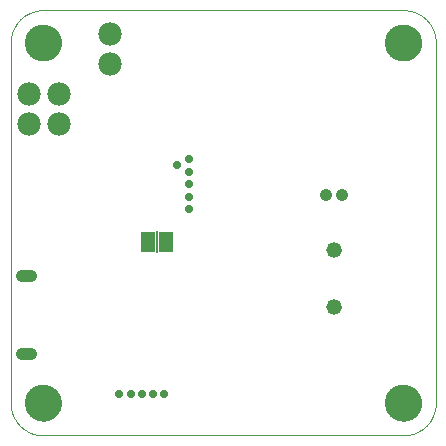
<source format=gbs>
G75*
%MOIN*%
%OFA0B0*%
%FSLAX25Y25*%
%IPPOS*%
%LPD*%
%AMOC8*
5,1,8,0,0,1.08239X$1,22.5*
%
%ADD10C,0.00000*%
%ADD11C,0.12211*%
%ADD12C,0.05200*%
%ADD13C,0.04150*%
%ADD14C,0.07800*%
%ADD15R,0.05000X0.06700*%
%ADD16R,0.00600X0.07200*%
%ADD17C,0.02762*%
%ADD18C,0.00039*%
%ADD19C,0.03943*%
D10*
X0006040Y0013081D02*
X0006040Y0133159D01*
X0010961Y0133159D02*
X0010963Y0133312D01*
X0010969Y0133466D01*
X0010979Y0133619D01*
X0010993Y0133771D01*
X0011011Y0133924D01*
X0011033Y0134075D01*
X0011058Y0134226D01*
X0011088Y0134377D01*
X0011122Y0134527D01*
X0011159Y0134675D01*
X0011200Y0134823D01*
X0011245Y0134969D01*
X0011294Y0135115D01*
X0011347Y0135259D01*
X0011403Y0135401D01*
X0011463Y0135542D01*
X0011527Y0135682D01*
X0011594Y0135820D01*
X0011665Y0135956D01*
X0011740Y0136090D01*
X0011817Y0136222D01*
X0011899Y0136352D01*
X0011983Y0136480D01*
X0012071Y0136606D01*
X0012162Y0136729D01*
X0012256Y0136850D01*
X0012354Y0136968D01*
X0012454Y0137084D01*
X0012558Y0137197D01*
X0012664Y0137308D01*
X0012773Y0137416D01*
X0012885Y0137521D01*
X0012999Y0137622D01*
X0013117Y0137721D01*
X0013236Y0137817D01*
X0013358Y0137910D01*
X0013483Y0137999D01*
X0013610Y0138086D01*
X0013739Y0138168D01*
X0013870Y0138248D01*
X0014003Y0138324D01*
X0014138Y0138397D01*
X0014275Y0138466D01*
X0014414Y0138531D01*
X0014554Y0138593D01*
X0014696Y0138651D01*
X0014839Y0138706D01*
X0014984Y0138757D01*
X0015130Y0138804D01*
X0015277Y0138847D01*
X0015425Y0138886D01*
X0015574Y0138922D01*
X0015724Y0138953D01*
X0015875Y0138981D01*
X0016026Y0139005D01*
X0016179Y0139025D01*
X0016331Y0139041D01*
X0016484Y0139053D01*
X0016637Y0139061D01*
X0016790Y0139065D01*
X0016944Y0139065D01*
X0017097Y0139061D01*
X0017250Y0139053D01*
X0017403Y0139041D01*
X0017555Y0139025D01*
X0017708Y0139005D01*
X0017859Y0138981D01*
X0018010Y0138953D01*
X0018160Y0138922D01*
X0018309Y0138886D01*
X0018457Y0138847D01*
X0018604Y0138804D01*
X0018750Y0138757D01*
X0018895Y0138706D01*
X0019038Y0138651D01*
X0019180Y0138593D01*
X0019320Y0138531D01*
X0019459Y0138466D01*
X0019596Y0138397D01*
X0019731Y0138324D01*
X0019864Y0138248D01*
X0019995Y0138168D01*
X0020124Y0138086D01*
X0020251Y0137999D01*
X0020376Y0137910D01*
X0020498Y0137817D01*
X0020617Y0137721D01*
X0020735Y0137622D01*
X0020849Y0137521D01*
X0020961Y0137416D01*
X0021070Y0137308D01*
X0021176Y0137197D01*
X0021280Y0137084D01*
X0021380Y0136968D01*
X0021478Y0136850D01*
X0021572Y0136729D01*
X0021663Y0136606D01*
X0021751Y0136480D01*
X0021835Y0136352D01*
X0021917Y0136222D01*
X0021994Y0136090D01*
X0022069Y0135956D01*
X0022140Y0135820D01*
X0022207Y0135682D01*
X0022271Y0135542D01*
X0022331Y0135401D01*
X0022387Y0135259D01*
X0022440Y0135115D01*
X0022489Y0134969D01*
X0022534Y0134823D01*
X0022575Y0134675D01*
X0022612Y0134527D01*
X0022646Y0134377D01*
X0022676Y0134226D01*
X0022701Y0134075D01*
X0022723Y0133924D01*
X0022741Y0133771D01*
X0022755Y0133619D01*
X0022765Y0133466D01*
X0022771Y0133312D01*
X0022773Y0133159D01*
X0022771Y0133006D01*
X0022765Y0132852D01*
X0022755Y0132699D01*
X0022741Y0132547D01*
X0022723Y0132394D01*
X0022701Y0132243D01*
X0022676Y0132092D01*
X0022646Y0131941D01*
X0022612Y0131791D01*
X0022575Y0131643D01*
X0022534Y0131495D01*
X0022489Y0131349D01*
X0022440Y0131203D01*
X0022387Y0131059D01*
X0022331Y0130917D01*
X0022271Y0130776D01*
X0022207Y0130636D01*
X0022140Y0130498D01*
X0022069Y0130362D01*
X0021994Y0130228D01*
X0021917Y0130096D01*
X0021835Y0129966D01*
X0021751Y0129838D01*
X0021663Y0129712D01*
X0021572Y0129589D01*
X0021478Y0129468D01*
X0021380Y0129350D01*
X0021280Y0129234D01*
X0021176Y0129121D01*
X0021070Y0129010D01*
X0020961Y0128902D01*
X0020849Y0128797D01*
X0020735Y0128696D01*
X0020617Y0128597D01*
X0020498Y0128501D01*
X0020376Y0128408D01*
X0020251Y0128319D01*
X0020124Y0128232D01*
X0019995Y0128150D01*
X0019864Y0128070D01*
X0019731Y0127994D01*
X0019596Y0127921D01*
X0019459Y0127852D01*
X0019320Y0127787D01*
X0019180Y0127725D01*
X0019038Y0127667D01*
X0018895Y0127612D01*
X0018750Y0127561D01*
X0018604Y0127514D01*
X0018457Y0127471D01*
X0018309Y0127432D01*
X0018160Y0127396D01*
X0018010Y0127365D01*
X0017859Y0127337D01*
X0017708Y0127313D01*
X0017555Y0127293D01*
X0017403Y0127277D01*
X0017250Y0127265D01*
X0017097Y0127257D01*
X0016944Y0127253D01*
X0016790Y0127253D01*
X0016637Y0127257D01*
X0016484Y0127265D01*
X0016331Y0127277D01*
X0016179Y0127293D01*
X0016026Y0127313D01*
X0015875Y0127337D01*
X0015724Y0127365D01*
X0015574Y0127396D01*
X0015425Y0127432D01*
X0015277Y0127471D01*
X0015130Y0127514D01*
X0014984Y0127561D01*
X0014839Y0127612D01*
X0014696Y0127667D01*
X0014554Y0127725D01*
X0014414Y0127787D01*
X0014275Y0127852D01*
X0014138Y0127921D01*
X0014003Y0127994D01*
X0013870Y0128070D01*
X0013739Y0128150D01*
X0013610Y0128232D01*
X0013483Y0128319D01*
X0013358Y0128408D01*
X0013236Y0128501D01*
X0013117Y0128597D01*
X0012999Y0128696D01*
X0012885Y0128797D01*
X0012773Y0128902D01*
X0012664Y0129010D01*
X0012558Y0129121D01*
X0012454Y0129234D01*
X0012354Y0129350D01*
X0012256Y0129468D01*
X0012162Y0129589D01*
X0012071Y0129712D01*
X0011983Y0129838D01*
X0011899Y0129966D01*
X0011817Y0130096D01*
X0011740Y0130228D01*
X0011665Y0130362D01*
X0011594Y0130498D01*
X0011527Y0130636D01*
X0011463Y0130776D01*
X0011403Y0130917D01*
X0011347Y0131059D01*
X0011294Y0131203D01*
X0011245Y0131349D01*
X0011200Y0131495D01*
X0011159Y0131643D01*
X0011122Y0131791D01*
X0011088Y0131941D01*
X0011058Y0132092D01*
X0011033Y0132243D01*
X0011011Y0132394D01*
X0010993Y0132547D01*
X0010979Y0132699D01*
X0010969Y0132852D01*
X0010963Y0133006D01*
X0010961Y0133159D01*
X0006040Y0133159D02*
X0006043Y0133421D01*
X0006053Y0133682D01*
X0006068Y0133943D01*
X0006091Y0134204D01*
X0006119Y0134464D01*
X0006154Y0134723D01*
X0006195Y0134982D01*
X0006242Y0135239D01*
X0006295Y0135495D01*
X0006355Y0135750D01*
X0006420Y0136003D01*
X0006492Y0136255D01*
X0006570Y0136505D01*
X0006654Y0136753D01*
X0006744Y0136998D01*
X0006839Y0137242D01*
X0006941Y0137483D01*
X0007048Y0137722D01*
X0007161Y0137957D01*
X0007280Y0138191D01*
X0007405Y0138421D01*
X0007534Y0138648D01*
X0007670Y0138872D01*
X0007811Y0139092D01*
X0007957Y0139309D01*
X0008108Y0139523D01*
X0008264Y0139733D01*
X0008425Y0139939D01*
X0008592Y0140141D01*
X0008763Y0140339D01*
X0008939Y0140532D01*
X0009119Y0140722D01*
X0009304Y0140907D01*
X0009494Y0141087D01*
X0009687Y0141263D01*
X0009885Y0141434D01*
X0010087Y0141601D01*
X0010293Y0141762D01*
X0010503Y0141918D01*
X0010717Y0142069D01*
X0010934Y0142215D01*
X0011154Y0142356D01*
X0011378Y0142492D01*
X0011605Y0142621D01*
X0011835Y0142746D01*
X0012069Y0142865D01*
X0012304Y0142978D01*
X0012543Y0143085D01*
X0012784Y0143187D01*
X0013028Y0143282D01*
X0013273Y0143372D01*
X0013521Y0143456D01*
X0013771Y0143534D01*
X0014023Y0143606D01*
X0014276Y0143671D01*
X0014531Y0143731D01*
X0014787Y0143784D01*
X0015044Y0143831D01*
X0015303Y0143872D01*
X0015562Y0143907D01*
X0015822Y0143935D01*
X0016083Y0143958D01*
X0016344Y0143973D01*
X0016605Y0143983D01*
X0016867Y0143986D01*
X0136946Y0143986D01*
X0131040Y0133159D02*
X0131042Y0133312D01*
X0131048Y0133466D01*
X0131058Y0133619D01*
X0131072Y0133771D01*
X0131090Y0133924D01*
X0131112Y0134075D01*
X0131137Y0134226D01*
X0131167Y0134377D01*
X0131201Y0134527D01*
X0131238Y0134675D01*
X0131279Y0134823D01*
X0131324Y0134969D01*
X0131373Y0135115D01*
X0131426Y0135259D01*
X0131482Y0135401D01*
X0131542Y0135542D01*
X0131606Y0135682D01*
X0131673Y0135820D01*
X0131744Y0135956D01*
X0131819Y0136090D01*
X0131896Y0136222D01*
X0131978Y0136352D01*
X0132062Y0136480D01*
X0132150Y0136606D01*
X0132241Y0136729D01*
X0132335Y0136850D01*
X0132433Y0136968D01*
X0132533Y0137084D01*
X0132637Y0137197D01*
X0132743Y0137308D01*
X0132852Y0137416D01*
X0132964Y0137521D01*
X0133078Y0137622D01*
X0133196Y0137721D01*
X0133315Y0137817D01*
X0133437Y0137910D01*
X0133562Y0137999D01*
X0133689Y0138086D01*
X0133818Y0138168D01*
X0133949Y0138248D01*
X0134082Y0138324D01*
X0134217Y0138397D01*
X0134354Y0138466D01*
X0134493Y0138531D01*
X0134633Y0138593D01*
X0134775Y0138651D01*
X0134918Y0138706D01*
X0135063Y0138757D01*
X0135209Y0138804D01*
X0135356Y0138847D01*
X0135504Y0138886D01*
X0135653Y0138922D01*
X0135803Y0138953D01*
X0135954Y0138981D01*
X0136105Y0139005D01*
X0136258Y0139025D01*
X0136410Y0139041D01*
X0136563Y0139053D01*
X0136716Y0139061D01*
X0136869Y0139065D01*
X0137023Y0139065D01*
X0137176Y0139061D01*
X0137329Y0139053D01*
X0137482Y0139041D01*
X0137634Y0139025D01*
X0137787Y0139005D01*
X0137938Y0138981D01*
X0138089Y0138953D01*
X0138239Y0138922D01*
X0138388Y0138886D01*
X0138536Y0138847D01*
X0138683Y0138804D01*
X0138829Y0138757D01*
X0138974Y0138706D01*
X0139117Y0138651D01*
X0139259Y0138593D01*
X0139399Y0138531D01*
X0139538Y0138466D01*
X0139675Y0138397D01*
X0139810Y0138324D01*
X0139943Y0138248D01*
X0140074Y0138168D01*
X0140203Y0138086D01*
X0140330Y0137999D01*
X0140455Y0137910D01*
X0140577Y0137817D01*
X0140696Y0137721D01*
X0140814Y0137622D01*
X0140928Y0137521D01*
X0141040Y0137416D01*
X0141149Y0137308D01*
X0141255Y0137197D01*
X0141359Y0137084D01*
X0141459Y0136968D01*
X0141557Y0136850D01*
X0141651Y0136729D01*
X0141742Y0136606D01*
X0141830Y0136480D01*
X0141914Y0136352D01*
X0141996Y0136222D01*
X0142073Y0136090D01*
X0142148Y0135956D01*
X0142219Y0135820D01*
X0142286Y0135682D01*
X0142350Y0135542D01*
X0142410Y0135401D01*
X0142466Y0135259D01*
X0142519Y0135115D01*
X0142568Y0134969D01*
X0142613Y0134823D01*
X0142654Y0134675D01*
X0142691Y0134527D01*
X0142725Y0134377D01*
X0142755Y0134226D01*
X0142780Y0134075D01*
X0142802Y0133924D01*
X0142820Y0133771D01*
X0142834Y0133619D01*
X0142844Y0133466D01*
X0142850Y0133312D01*
X0142852Y0133159D01*
X0142850Y0133006D01*
X0142844Y0132852D01*
X0142834Y0132699D01*
X0142820Y0132547D01*
X0142802Y0132394D01*
X0142780Y0132243D01*
X0142755Y0132092D01*
X0142725Y0131941D01*
X0142691Y0131791D01*
X0142654Y0131643D01*
X0142613Y0131495D01*
X0142568Y0131349D01*
X0142519Y0131203D01*
X0142466Y0131059D01*
X0142410Y0130917D01*
X0142350Y0130776D01*
X0142286Y0130636D01*
X0142219Y0130498D01*
X0142148Y0130362D01*
X0142073Y0130228D01*
X0141996Y0130096D01*
X0141914Y0129966D01*
X0141830Y0129838D01*
X0141742Y0129712D01*
X0141651Y0129589D01*
X0141557Y0129468D01*
X0141459Y0129350D01*
X0141359Y0129234D01*
X0141255Y0129121D01*
X0141149Y0129010D01*
X0141040Y0128902D01*
X0140928Y0128797D01*
X0140814Y0128696D01*
X0140696Y0128597D01*
X0140577Y0128501D01*
X0140455Y0128408D01*
X0140330Y0128319D01*
X0140203Y0128232D01*
X0140074Y0128150D01*
X0139943Y0128070D01*
X0139810Y0127994D01*
X0139675Y0127921D01*
X0139538Y0127852D01*
X0139399Y0127787D01*
X0139259Y0127725D01*
X0139117Y0127667D01*
X0138974Y0127612D01*
X0138829Y0127561D01*
X0138683Y0127514D01*
X0138536Y0127471D01*
X0138388Y0127432D01*
X0138239Y0127396D01*
X0138089Y0127365D01*
X0137938Y0127337D01*
X0137787Y0127313D01*
X0137634Y0127293D01*
X0137482Y0127277D01*
X0137329Y0127265D01*
X0137176Y0127257D01*
X0137023Y0127253D01*
X0136869Y0127253D01*
X0136716Y0127257D01*
X0136563Y0127265D01*
X0136410Y0127277D01*
X0136258Y0127293D01*
X0136105Y0127313D01*
X0135954Y0127337D01*
X0135803Y0127365D01*
X0135653Y0127396D01*
X0135504Y0127432D01*
X0135356Y0127471D01*
X0135209Y0127514D01*
X0135063Y0127561D01*
X0134918Y0127612D01*
X0134775Y0127667D01*
X0134633Y0127725D01*
X0134493Y0127787D01*
X0134354Y0127852D01*
X0134217Y0127921D01*
X0134082Y0127994D01*
X0133949Y0128070D01*
X0133818Y0128150D01*
X0133689Y0128232D01*
X0133562Y0128319D01*
X0133437Y0128408D01*
X0133315Y0128501D01*
X0133196Y0128597D01*
X0133078Y0128696D01*
X0132964Y0128797D01*
X0132852Y0128902D01*
X0132743Y0129010D01*
X0132637Y0129121D01*
X0132533Y0129234D01*
X0132433Y0129350D01*
X0132335Y0129468D01*
X0132241Y0129589D01*
X0132150Y0129712D01*
X0132062Y0129838D01*
X0131978Y0129966D01*
X0131896Y0130096D01*
X0131819Y0130228D01*
X0131744Y0130362D01*
X0131673Y0130498D01*
X0131606Y0130636D01*
X0131542Y0130776D01*
X0131482Y0130917D01*
X0131426Y0131059D01*
X0131373Y0131203D01*
X0131324Y0131349D01*
X0131279Y0131495D01*
X0131238Y0131643D01*
X0131201Y0131791D01*
X0131167Y0131941D01*
X0131137Y0132092D01*
X0131112Y0132243D01*
X0131090Y0132394D01*
X0131072Y0132547D01*
X0131058Y0132699D01*
X0131048Y0132852D01*
X0131042Y0133006D01*
X0131040Y0133159D01*
X0136946Y0143986D02*
X0137208Y0143983D01*
X0137469Y0143973D01*
X0137730Y0143958D01*
X0137991Y0143935D01*
X0138251Y0143907D01*
X0138510Y0143872D01*
X0138769Y0143831D01*
X0139026Y0143784D01*
X0139282Y0143731D01*
X0139537Y0143671D01*
X0139790Y0143606D01*
X0140042Y0143534D01*
X0140292Y0143456D01*
X0140540Y0143372D01*
X0140785Y0143282D01*
X0141029Y0143187D01*
X0141270Y0143085D01*
X0141509Y0142978D01*
X0141744Y0142865D01*
X0141978Y0142746D01*
X0142208Y0142621D01*
X0142435Y0142492D01*
X0142659Y0142356D01*
X0142879Y0142215D01*
X0143096Y0142069D01*
X0143310Y0141918D01*
X0143520Y0141762D01*
X0143726Y0141601D01*
X0143928Y0141434D01*
X0144126Y0141263D01*
X0144319Y0141087D01*
X0144509Y0140907D01*
X0144694Y0140722D01*
X0144874Y0140532D01*
X0145050Y0140339D01*
X0145221Y0140141D01*
X0145388Y0139939D01*
X0145549Y0139733D01*
X0145705Y0139523D01*
X0145856Y0139309D01*
X0146002Y0139092D01*
X0146143Y0138872D01*
X0146279Y0138648D01*
X0146408Y0138421D01*
X0146533Y0138191D01*
X0146652Y0137957D01*
X0146765Y0137722D01*
X0146872Y0137483D01*
X0146974Y0137242D01*
X0147069Y0136998D01*
X0147159Y0136753D01*
X0147243Y0136505D01*
X0147321Y0136255D01*
X0147393Y0136003D01*
X0147458Y0135750D01*
X0147518Y0135495D01*
X0147571Y0135239D01*
X0147618Y0134982D01*
X0147659Y0134723D01*
X0147694Y0134464D01*
X0147722Y0134204D01*
X0147745Y0133943D01*
X0147760Y0133682D01*
X0147770Y0133421D01*
X0147773Y0133159D01*
X0147772Y0133159D02*
X0147772Y0013081D01*
X0131040Y0013081D02*
X0131042Y0013234D01*
X0131048Y0013388D01*
X0131058Y0013541D01*
X0131072Y0013693D01*
X0131090Y0013846D01*
X0131112Y0013997D01*
X0131137Y0014148D01*
X0131167Y0014299D01*
X0131201Y0014449D01*
X0131238Y0014597D01*
X0131279Y0014745D01*
X0131324Y0014891D01*
X0131373Y0015037D01*
X0131426Y0015181D01*
X0131482Y0015323D01*
X0131542Y0015464D01*
X0131606Y0015604D01*
X0131673Y0015742D01*
X0131744Y0015878D01*
X0131819Y0016012D01*
X0131896Y0016144D01*
X0131978Y0016274D01*
X0132062Y0016402D01*
X0132150Y0016528D01*
X0132241Y0016651D01*
X0132335Y0016772D01*
X0132433Y0016890D01*
X0132533Y0017006D01*
X0132637Y0017119D01*
X0132743Y0017230D01*
X0132852Y0017338D01*
X0132964Y0017443D01*
X0133078Y0017544D01*
X0133196Y0017643D01*
X0133315Y0017739D01*
X0133437Y0017832D01*
X0133562Y0017921D01*
X0133689Y0018008D01*
X0133818Y0018090D01*
X0133949Y0018170D01*
X0134082Y0018246D01*
X0134217Y0018319D01*
X0134354Y0018388D01*
X0134493Y0018453D01*
X0134633Y0018515D01*
X0134775Y0018573D01*
X0134918Y0018628D01*
X0135063Y0018679D01*
X0135209Y0018726D01*
X0135356Y0018769D01*
X0135504Y0018808D01*
X0135653Y0018844D01*
X0135803Y0018875D01*
X0135954Y0018903D01*
X0136105Y0018927D01*
X0136258Y0018947D01*
X0136410Y0018963D01*
X0136563Y0018975D01*
X0136716Y0018983D01*
X0136869Y0018987D01*
X0137023Y0018987D01*
X0137176Y0018983D01*
X0137329Y0018975D01*
X0137482Y0018963D01*
X0137634Y0018947D01*
X0137787Y0018927D01*
X0137938Y0018903D01*
X0138089Y0018875D01*
X0138239Y0018844D01*
X0138388Y0018808D01*
X0138536Y0018769D01*
X0138683Y0018726D01*
X0138829Y0018679D01*
X0138974Y0018628D01*
X0139117Y0018573D01*
X0139259Y0018515D01*
X0139399Y0018453D01*
X0139538Y0018388D01*
X0139675Y0018319D01*
X0139810Y0018246D01*
X0139943Y0018170D01*
X0140074Y0018090D01*
X0140203Y0018008D01*
X0140330Y0017921D01*
X0140455Y0017832D01*
X0140577Y0017739D01*
X0140696Y0017643D01*
X0140814Y0017544D01*
X0140928Y0017443D01*
X0141040Y0017338D01*
X0141149Y0017230D01*
X0141255Y0017119D01*
X0141359Y0017006D01*
X0141459Y0016890D01*
X0141557Y0016772D01*
X0141651Y0016651D01*
X0141742Y0016528D01*
X0141830Y0016402D01*
X0141914Y0016274D01*
X0141996Y0016144D01*
X0142073Y0016012D01*
X0142148Y0015878D01*
X0142219Y0015742D01*
X0142286Y0015604D01*
X0142350Y0015464D01*
X0142410Y0015323D01*
X0142466Y0015181D01*
X0142519Y0015037D01*
X0142568Y0014891D01*
X0142613Y0014745D01*
X0142654Y0014597D01*
X0142691Y0014449D01*
X0142725Y0014299D01*
X0142755Y0014148D01*
X0142780Y0013997D01*
X0142802Y0013846D01*
X0142820Y0013693D01*
X0142834Y0013541D01*
X0142844Y0013388D01*
X0142850Y0013234D01*
X0142852Y0013081D01*
X0142850Y0012928D01*
X0142844Y0012774D01*
X0142834Y0012621D01*
X0142820Y0012469D01*
X0142802Y0012316D01*
X0142780Y0012165D01*
X0142755Y0012014D01*
X0142725Y0011863D01*
X0142691Y0011713D01*
X0142654Y0011565D01*
X0142613Y0011417D01*
X0142568Y0011271D01*
X0142519Y0011125D01*
X0142466Y0010981D01*
X0142410Y0010839D01*
X0142350Y0010698D01*
X0142286Y0010558D01*
X0142219Y0010420D01*
X0142148Y0010284D01*
X0142073Y0010150D01*
X0141996Y0010018D01*
X0141914Y0009888D01*
X0141830Y0009760D01*
X0141742Y0009634D01*
X0141651Y0009511D01*
X0141557Y0009390D01*
X0141459Y0009272D01*
X0141359Y0009156D01*
X0141255Y0009043D01*
X0141149Y0008932D01*
X0141040Y0008824D01*
X0140928Y0008719D01*
X0140814Y0008618D01*
X0140696Y0008519D01*
X0140577Y0008423D01*
X0140455Y0008330D01*
X0140330Y0008241D01*
X0140203Y0008154D01*
X0140074Y0008072D01*
X0139943Y0007992D01*
X0139810Y0007916D01*
X0139675Y0007843D01*
X0139538Y0007774D01*
X0139399Y0007709D01*
X0139259Y0007647D01*
X0139117Y0007589D01*
X0138974Y0007534D01*
X0138829Y0007483D01*
X0138683Y0007436D01*
X0138536Y0007393D01*
X0138388Y0007354D01*
X0138239Y0007318D01*
X0138089Y0007287D01*
X0137938Y0007259D01*
X0137787Y0007235D01*
X0137634Y0007215D01*
X0137482Y0007199D01*
X0137329Y0007187D01*
X0137176Y0007179D01*
X0137023Y0007175D01*
X0136869Y0007175D01*
X0136716Y0007179D01*
X0136563Y0007187D01*
X0136410Y0007199D01*
X0136258Y0007215D01*
X0136105Y0007235D01*
X0135954Y0007259D01*
X0135803Y0007287D01*
X0135653Y0007318D01*
X0135504Y0007354D01*
X0135356Y0007393D01*
X0135209Y0007436D01*
X0135063Y0007483D01*
X0134918Y0007534D01*
X0134775Y0007589D01*
X0134633Y0007647D01*
X0134493Y0007709D01*
X0134354Y0007774D01*
X0134217Y0007843D01*
X0134082Y0007916D01*
X0133949Y0007992D01*
X0133818Y0008072D01*
X0133689Y0008154D01*
X0133562Y0008241D01*
X0133437Y0008330D01*
X0133315Y0008423D01*
X0133196Y0008519D01*
X0133078Y0008618D01*
X0132964Y0008719D01*
X0132852Y0008824D01*
X0132743Y0008932D01*
X0132637Y0009043D01*
X0132533Y0009156D01*
X0132433Y0009272D01*
X0132335Y0009390D01*
X0132241Y0009511D01*
X0132150Y0009634D01*
X0132062Y0009760D01*
X0131978Y0009888D01*
X0131896Y0010018D01*
X0131819Y0010150D01*
X0131744Y0010284D01*
X0131673Y0010420D01*
X0131606Y0010558D01*
X0131542Y0010698D01*
X0131482Y0010839D01*
X0131426Y0010981D01*
X0131373Y0011125D01*
X0131324Y0011271D01*
X0131279Y0011417D01*
X0131238Y0011565D01*
X0131201Y0011713D01*
X0131167Y0011863D01*
X0131137Y0012014D01*
X0131112Y0012165D01*
X0131090Y0012316D01*
X0131072Y0012469D01*
X0131058Y0012621D01*
X0131048Y0012774D01*
X0131042Y0012928D01*
X0131040Y0013081D01*
X0136946Y0002254D02*
X0137208Y0002257D01*
X0137469Y0002267D01*
X0137730Y0002282D01*
X0137991Y0002305D01*
X0138251Y0002333D01*
X0138510Y0002368D01*
X0138769Y0002409D01*
X0139026Y0002456D01*
X0139282Y0002509D01*
X0139537Y0002569D01*
X0139790Y0002634D01*
X0140042Y0002706D01*
X0140292Y0002784D01*
X0140540Y0002868D01*
X0140785Y0002958D01*
X0141029Y0003053D01*
X0141270Y0003155D01*
X0141509Y0003262D01*
X0141744Y0003375D01*
X0141978Y0003494D01*
X0142208Y0003619D01*
X0142435Y0003748D01*
X0142659Y0003884D01*
X0142879Y0004025D01*
X0143096Y0004171D01*
X0143310Y0004322D01*
X0143520Y0004478D01*
X0143726Y0004639D01*
X0143928Y0004806D01*
X0144126Y0004977D01*
X0144319Y0005153D01*
X0144509Y0005333D01*
X0144694Y0005518D01*
X0144874Y0005708D01*
X0145050Y0005901D01*
X0145221Y0006099D01*
X0145388Y0006301D01*
X0145549Y0006507D01*
X0145705Y0006717D01*
X0145856Y0006931D01*
X0146002Y0007148D01*
X0146143Y0007368D01*
X0146279Y0007592D01*
X0146408Y0007819D01*
X0146533Y0008049D01*
X0146652Y0008283D01*
X0146765Y0008518D01*
X0146872Y0008757D01*
X0146974Y0008998D01*
X0147069Y0009242D01*
X0147159Y0009487D01*
X0147243Y0009735D01*
X0147321Y0009985D01*
X0147393Y0010237D01*
X0147458Y0010490D01*
X0147518Y0010745D01*
X0147571Y0011001D01*
X0147618Y0011258D01*
X0147659Y0011517D01*
X0147694Y0011776D01*
X0147722Y0012036D01*
X0147745Y0012297D01*
X0147760Y0012558D01*
X0147770Y0012819D01*
X0147773Y0013081D01*
X0136946Y0002254D02*
X0016867Y0002254D01*
X0010961Y0013081D02*
X0010963Y0013234D01*
X0010969Y0013388D01*
X0010979Y0013541D01*
X0010993Y0013693D01*
X0011011Y0013846D01*
X0011033Y0013997D01*
X0011058Y0014148D01*
X0011088Y0014299D01*
X0011122Y0014449D01*
X0011159Y0014597D01*
X0011200Y0014745D01*
X0011245Y0014891D01*
X0011294Y0015037D01*
X0011347Y0015181D01*
X0011403Y0015323D01*
X0011463Y0015464D01*
X0011527Y0015604D01*
X0011594Y0015742D01*
X0011665Y0015878D01*
X0011740Y0016012D01*
X0011817Y0016144D01*
X0011899Y0016274D01*
X0011983Y0016402D01*
X0012071Y0016528D01*
X0012162Y0016651D01*
X0012256Y0016772D01*
X0012354Y0016890D01*
X0012454Y0017006D01*
X0012558Y0017119D01*
X0012664Y0017230D01*
X0012773Y0017338D01*
X0012885Y0017443D01*
X0012999Y0017544D01*
X0013117Y0017643D01*
X0013236Y0017739D01*
X0013358Y0017832D01*
X0013483Y0017921D01*
X0013610Y0018008D01*
X0013739Y0018090D01*
X0013870Y0018170D01*
X0014003Y0018246D01*
X0014138Y0018319D01*
X0014275Y0018388D01*
X0014414Y0018453D01*
X0014554Y0018515D01*
X0014696Y0018573D01*
X0014839Y0018628D01*
X0014984Y0018679D01*
X0015130Y0018726D01*
X0015277Y0018769D01*
X0015425Y0018808D01*
X0015574Y0018844D01*
X0015724Y0018875D01*
X0015875Y0018903D01*
X0016026Y0018927D01*
X0016179Y0018947D01*
X0016331Y0018963D01*
X0016484Y0018975D01*
X0016637Y0018983D01*
X0016790Y0018987D01*
X0016944Y0018987D01*
X0017097Y0018983D01*
X0017250Y0018975D01*
X0017403Y0018963D01*
X0017555Y0018947D01*
X0017708Y0018927D01*
X0017859Y0018903D01*
X0018010Y0018875D01*
X0018160Y0018844D01*
X0018309Y0018808D01*
X0018457Y0018769D01*
X0018604Y0018726D01*
X0018750Y0018679D01*
X0018895Y0018628D01*
X0019038Y0018573D01*
X0019180Y0018515D01*
X0019320Y0018453D01*
X0019459Y0018388D01*
X0019596Y0018319D01*
X0019731Y0018246D01*
X0019864Y0018170D01*
X0019995Y0018090D01*
X0020124Y0018008D01*
X0020251Y0017921D01*
X0020376Y0017832D01*
X0020498Y0017739D01*
X0020617Y0017643D01*
X0020735Y0017544D01*
X0020849Y0017443D01*
X0020961Y0017338D01*
X0021070Y0017230D01*
X0021176Y0017119D01*
X0021280Y0017006D01*
X0021380Y0016890D01*
X0021478Y0016772D01*
X0021572Y0016651D01*
X0021663Y0016528D01*
X0021751Y0016402D01*
X0021835Y0016274D01*
X0021917Y0016144D01*
X0021994Y0016012D01*
X0022069Y0015878D01*
X0022140Y0015742D01*
X0022207Y0015604D01*
X0022271Y0015464D01*
X0022331Y0015323D01*
X0022387Y0015181D01*
X0022440Y0015037D01*
X0022489Y0014891D01*
X0022534Y0014745D01*
X0022575Y0014597D01*
X0022612Y0014449D01*
X0022646Y0014299D01*
X0022676Y0014148D01*
X0022701Y0013997D01*
X0022723Y0013846D01*
X0022741Y0013693D01*
X0022755Y0013541D01*
X0022765Y0013388D01*
X0022771Y0013234D01*
X0022773Y0013081D01*
X0022771Y0012928D01*
X0022765Y0012774D01*
X0022755Y0012621D01*
X0022741Y0012469D01*
X0022723Y0012316D01*
X0022701Y0012165D01*
X0022676Y0012014D01*
X0022646Y0011863D01*
X0022612Y0011713D01*
X0022575Y0011565D01*
X0022534Y0011417D01*
X0022489Y0011271D01*
X0022440Y0011125D01*
X0022387Y0010981D01*
X0022331Y0010839D01*
X0022271Y0010698D01*
X0022207Y0010558D01*
X0022140Y0010420D01*
X0022069Y0010284D01*
X0021994Y0010150D01*
X0021917Y0010018D01*
X0021835Y0009888D01*
X0021751Y0009760D01*
X0021663Y0009634D01*
X0021572Y0009511D01*
X0021478Y0009390D01*
X0021380Y0009272D01*
X0021280Y0009156D01*
X0021176Y0009043D01*
X0021070Y0008932D01*
X0020961Y0008824D01*
X0020849Y0008719D01*
X0020735Y0008618D01*
X0020617Y0008519D01*
X0020498Y0008423D01*
X0020376Y0008330D01*
X0020251Y0008241D01*
X0020124Y0008154D01*
X0019995Y0008072D01*
X0019864Y0007992D01*
X0019731Y0007916D01*
X0019596Y0007843D01*
X0019459Y0007774D01*
X0019320Y0007709D01*
X0019180Y0007647D01*
X0019038Y0007589D01*
X0018895Y0007534D01*
X0018750Y0007483D01*
X0018604Y0007436D01*
X0018457Y0007393D01*
X0018309Y0007354D01*
X0018160Y0007318D01*
X0018010Y0007287D01*
X0017859Y0007259D01*
X0017708Y0007235D01*
X0017555Y0007215D01*
X0017403Y0007199D01*
X0017250Y0007187D01*
X0017097Y0007179D01*
X0016944Y0007175D01*
X0016790Y0007175D01*
X0016637Y0007179D01*
X0016484Y0007187D01*
X0016331Y0007199D01*
X0016179Y0007215D01*
X0016026Y0007235D01*
X0015875Y0007259D01*
X0015724Y0007287D01*
X0015574Y0007318D01*
X0015425Y0007354D01*
X0015277Y0007393D01*
X0015130Y0007436D01*
X0014984Y0007483D01*
X0014839Y0007534D01*
X0014696Y0007589D01*
X0014554Y0007647D01*
X0014414Y0007709D01*
X0014275Y0007774D01*
X0014138Y0007843D01*
X0014003Y0007916D01*
X0013870Y0007992D01*
X0013739Y0008072D01*
X0013610Y0008154D01*
X0013483Y0008241D01*
X0013358Y0008330D01*
X0013236Y0008423D01*
X0013117Y0008519D01*
X0012999Y0008618D01*
X0012885Y0008719D01*
X0012773Y0008824D01*
X0012664Y0008932D01*
X0012558Y0009043D01*
X0012454Y0009156D01*
X0012354Y0009272D01*
X0012256Y0009390D01*
X0012162Y0009511D01*
X0012071Y0009634D01*
X0011983Y0009760D01*
X0011899Y0009888D01*
X0011817Y0010018D01*
X0011740Y0010150D01*
X0011665Y0010284D01*
X0011594Y0010420D01*
X0011527Y0010558D01*
X0011463Y0010698D01*
X0011403Y0010839D01*
X0011347Y0010981D01*
X0011294Y0011125D01*
X0011245Y0011271D01*
X0011200Y0011417D01*
X0011159Y0011565D01*
X0011122Y0011713D01*
X0011088Y0011863D01*
X0011058Y0012014D01*
X0011033Y0012165D01*
X0011011Y0012316D01*
X0010993Y0012469D01*
X0010979Y0012621D01*
X0010969Y0012774D01*
X0010963Y0012928D01*
X0010961Y0013081D01*
X0006040Y0013081D02*
X0006043Y0012819D01*
X0006053Y0012558D01*
X0006068Y0012297D01*
X0006091Y0012036D01*
X0006119Y0011776D01*
X0006154Y0011517D01*
X0006195Y0011258D01*
X0006242Y0011001D01*
X0006295Y0010745D01*
X0006355Y0010490D01*
X0006420Y0010237D01*
X0006492Y0009985D01*
X0006570Y0009735D01*
X0006654Y0009487D01*
X0006744Y0009242D01*
X0006839Y0008998D01*
X0006941Y0008757D01*
X0007048Y0008518D01*
X0007161Y0008283D01*
X0007280Y0008049D01*
X0007405Y0007819D01*
X0007534Y0007592D01*
X0007670Y0007368D01*
X0007811Y0007148D01*
X0007957Y0006931D01*
X0008108Y0006717D01*
X0008264Y0006507D01*
X0008425Y0006301D01*
X0008592Y0006099D01*
X0008763Y0005901D01*
X0008939Y0005708D01*
X0009119Y0005518D01*
X0009304Y0005333D01*
X0009494Y0005153D01*
X0009687Y0004977D01*
X0009885Y0004806D01*
X0010087Y0004639D01*
X0010293Y0004478D01*
X0010503Y0004322D01*
X0010717Y0004171D01*
X0010934Y0004025D01*
X0011154Y0003884D01*
X0011378Y0003748D01*
X0011605Y0003619D01*
X0011835Y0003494D01*
X0012069Y0003375D01*
X0012304Y0003262D01*
X0012543Y0003155D01*
X0012784Y0003053D01*
X0013028Y0002958D01*
X0013273Y0002868D01*
X0013521Y0002784D01*
X0013771Y0002706D01*
X0014023Y0002634D01*
X0014276Y0002569D01*
X0014531Y0002509D01*
X0014787Y0002456D01*
X0015044Y0002409D01*
X0015303Y0002368D01*
X0015562Y0002333D01*
X0015822Y0002305D01*
X0016083Y0002282D01*
X0016344Y0002267D01*
X0016605Y0002257D01*
X0016867Y0002254D01*
D11*
X0016867Y0013081D03*
X0136946Y0013081D03*
X0136946Y0133159D03*
X0016867Y0133159D03*
D12*
X0113909Y0063943D03*
X0113909Y0044943D03*
D13*
X0111209Y0082254D03*
X0116609Y0082254D03*
D14*
X0039173Y0126004D03*
X0039173Y0136004D03*
X0022290Y0116004D03*
X0012290Y0116004D03*
X0012290Y0106004D03*
X0022290Y0106004D03*
D15*
X0051790Y0066654D03*
X0057790Y0066654D03*
D16*
X0054790Y0066654D03*
D17*
X0065388Y0077628D03*
X0065388Y0081803D03*
X0065388Y0085978D03*
X0065388Y0090154D03*
X0065388Y0094329D03*
X0061638Y0092254D03*
X0057290Y0016004D03*
X0053540Y0016004D03*
X0049790Y0016004D03*
X0046040Y0016004D03*
X0042290Y0016004D03*
D18*
X0012674Y0028278D02*
X0009918Y0028278D01*
X0009856Y0028280D01*
X0009795Y0028286D01*
X0009734Y0028295D01*
X0009673Y0028309D01*
X0009614Y0028326D01*
X0009556Y0028347D01*
X0009499Y0028372D01*
X0009444Y0028400D01*
X0009391Y0028431D01*
X0009340Y0028466D01*
X0009291Y0028504D01*
X0009244Y0028545D01*
X0009201Y0028588D01*
X0009160Y0028635D01*
X0009122Y0028684D01*
X0009087Y0028735D01*
X0009056Y0028788D01*
X0009028Y0028843D01*
X0009003Y0028900D01*
X0008982Y0028958D01*
X0008965Y0029017D01*
X0008951Y0029078D01*
X0008942Y0029139D01*
X0008936Y0029200D01*
X0008934Y0029262D01*
X0008936Y0029324D01*
X0008942Y0029385D01*
X0008951Y0029446D01*
X0008965Y0029507D01*
X0008982Y0029566D01*
X0009003Y0029624D01*
X0009028Y0029681D01*
X0009056Y0029736D01*
X0009087Y0029789D01*
X0009122Y0029840D01*
X0009160Y0029889D01*
X0009201Y0029936D01*
X0009244Y0029979D01*
X0009291Y0030020D01*
X0009340Y0030058D01*
X0009391Y0030093D01*
X0009444Y0030124D01*
X0009499Y0030152D01*
X0009556Y0030177D01*
X0009614Y0030198D01*
X0009673Y0030215D01*
X0009734Y0030229D01*
X0009795Y0030238D01*
X0009856Y0030244D01*
X0009918Y0030246D01*
X0012674Y0030246D01*
X0012736Y0030244D01*
X0012797Y0030238D01*
X0012858Y0030229D01*
X0012919Y0030215D01*
X0012978Y0030198D01*
X0013036Y0030177D01*
X0013093Y0030152D01*
X0013148Y0030124D01*
X0013201Y0030093D01*
X0013252Y0030058D01*
X0013301Y0030020D01*
X0013348Y0029979D01*
X0013391Y0029936D01*
X0013432Y0029889D01*
X0013470Y0029840D01*
X0013505Y0029789D01*
X0013536Y0029736D01*
X0013564Y0029681D01*
X0013589Y0029624D01*
X0013610Y0029566D01*
X0013627Y0029507D01*
X0013641Y0029446D01*
X0013650Y0029385D01*
X0013656Y0029324D01*
X0013658Y0029262D01*
X0013656Y0029200D01*
X0013650Y0029139D01*
X0013641Y0029078D01*
X0013627Y0029017D01*
X0013610Y0028958D01*
X0013589Y0028900D01*
X0013564Y0028843D01*
X0013536Y0028788D01*
X0013505Y0028735D01*
X0013470Y0028684D01*
X0013432Y0028635D01*
X0013391Y0028588D01*
X0013348Y0028545D01*
X0013301Y0028504D01*
X0013252Y0028466D01*
X0013201Y0028431D01*
X0013148Y0028400D01*
X0013093Y0028372D01*
X0013036Y0028347D01*
X0012978Y0028326D01*
X0012919Y0028309D01*
X0012858Y0028295D01*
X0012797Y0028286D01*
X0012736Y0028280D01*
X0012674Y0028278D01*
X0012674Y0054262D02*
X0009918Y0054262D01*
X0009856Y0054264D01*
X0009795Y0054270D01*
X0009734Y0054279D01*
X0009673Y0054293D01*
X0009614Y0054310D01*
X0009556Y0054331D01*
X0009499Y0054356D01*
X0009444Y0054384D01*
X0009391Y0054415D01*
X0009340Y0054450D01*
X0009291Y0054488D01*
X0009244Y0054529D01*
X0009201Y0054572D01*
X0009160Y0054619D01*
X0009122Y0054668D01*
X0009087Y0054719D01*
X0009056Y0054772D01*
X0009028Y0054827D01*
X0009003Y0054884D01*
X0008982Y0054942D01*
X0008965Y0055001D01*
X0008951Y0055062D01*
X0008942Y0055123D01*
X0008936Y0055184D01*
X0008934Y0055246D01*
X0008936Y0055308D01*
X0008942Y0055369D01*
X0008951Y0055430D01*
X0008965Y0055491D01*
X0008982Y0055550D01*
X0009003Y0055608D01*
X0009028Y0055665D01*
X0009056Y0055720D01*
X0009087Y0055773D01*
X0009122Y0055824D01*
X0009160Y0055873D01*
X0009201Y0055920D01*
X0009244Y0055963D01*
X0009291Y0056004D01*
X0009340Y0056042D01*
X0009391Y0056077D01*
X0009444Y0056108D01*
X0009499Y0056136D01*
X0009556Y0056161D01*
X0009614Y0056182D01*
X0009673Y0056199D01*
X0009734Y0056213D01*
X0009795Y0056222D01*
X0009856Y0056228D01*
X0009918Y0056230D01*
X0012674Y0056230D01*
X0012736Y0056228D01*
X0012797Y0056222D01*
X0012858Y0056213D01*
X0012919Y0056199D01*
X0012978Y0056182D01*
X0013036Y0056161D01*
X0013093Y0056136D01*
X0013148Y0056108D01*
X0013201Y0056077D01*
X0013252Y0056042D01*
X0013301Y0056004D01*
X0013348Y0055963D01*
X0013391Y0055920D01*
X0013432Y0055873D01*
X0013470Y0055824D01*
X0013505Y0055773D01*
X0013536Y0055720D01*
X0013564Y0055665D01*
X0013589Y0055608D01*
X0013610Y0055550D01*
X0013627Y0055491D01*
X0013641Y0055430D01*
X0013650Y0055369D01*
X0013656Y0055308D01*
X0013658Y0055246D01*
X0013656Y0055184D01*
X0013650Y0055123D01*
X0013641Y0055062D01*
X0013627Y0055001D01*
X0013610Y0054942D01*
X0013589Y0054884D01*
X0013564Y0054827D01*
X0013536Y0054772D01*
X0013505Y0054719D01*
X0013470Y0054668D01*
X0013432Y0054619D01*
X0013391Y0054572D01*
X0013348Y0054529D01*
X0013301Y0054488D01*
X0013252Y0054450D01*
X0013201Y0054415D01*
X0013148Y0054384D01*
X0013093Y0054356D01*
X0013036Y0054331D01*
X0012978Y0054310D01*
X0012919Y0054293D01*
X0012858Y0054279D01*
X0012797Y0054270D01*
X0012736Y0054264D01*
X0012674Y0054262D01*
D19*
X0012674Y0055246D02*
X0012674Y0055246D01*
X0009918Y0055246D01*
X0009918Y0055246D01*
X0012674Y0055246D01*
X0012674Y0029262D02*
X0012674Y0029262D01*
X0009918Y0029262D01*
X0009918Y0029262D01*
X0012674Y0029262D01*
M02*

</source>
